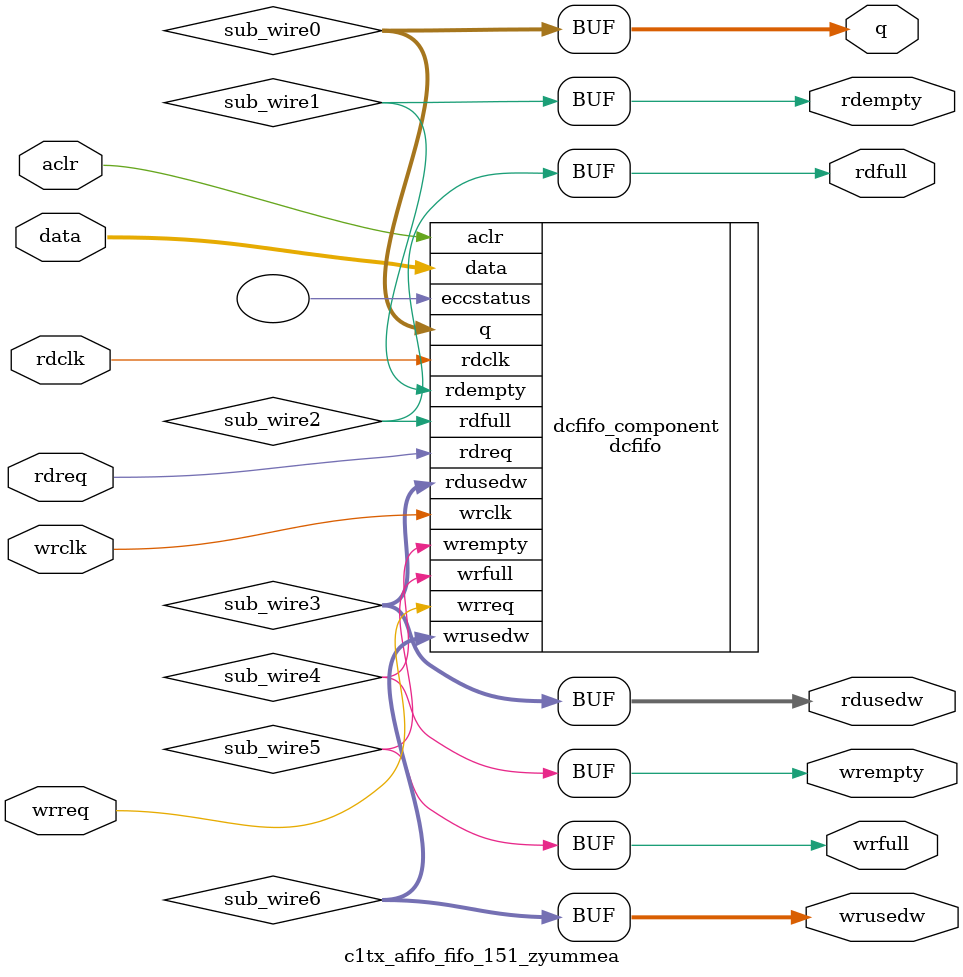
<source format=v>



`timescale 1 ps / 1 ps
// synopsys translate_on
module  c1tx_afifo_fifo_151_zyummea  (
    aclr,
    data,
    rdclk,
    rdreq,
    wrclk,
    wrreq,
    q,
    rdempty,
    rdfull,
    rdusedw,
    wrempty,
    wrfull,
    wrusedw);

    input    aclr;
    input  [592:0]  data;
    input    rdclk;
    input    rdreq;
    input    wrclk;
    input    wrreq;
    output [592:0]  q;
    output   rdempty;
    output   rdfull;
    output [8:0]  rdusedw;
    output   wrempty;
    output   wrfull;
    output [8:0]  wrusedw;
`ifndef ALTERA_RESERVED_QIS
// synopsys translate_off
`endif
    tri0     aclr;
`ifndef ALTERA_RESERVED_QIS
// synopsys translate_on
`endif

    wire [592:0] sub_wire0;
    wire  sub_wire1;
    wire  sub_wire2;
    wire [8:0] sub_wire3;
    wire  sub_wire4;
    wire  sub_wire5;
    wire [8:0] sub_wire6;
    wire [592:0] q = sub_wire0[592:0];
    wire  rdempty = sub_wire1;
    wire  rdfull = sub_wire2;
    wire [8:0] rdusedw = sub_wire3[8:0];
    wire  wrempty = sub_wire4;
    wire  wrfull = sub_wire5;
    wire [8:0] wrusedw = sub_wire6[8:0];

    dcfifo  dcfifo_component (
                .aclr (aclr),
                .data (data),
                .rdclk (rdclk),
                .rdreq (rdreq),
                .wrclk (wrclk),
                .wrreq (wrreq),
                .q (sub_wire0),
                .rdempty (sub_wire1),
                .rdfull (sub_wire2),
                .rdusedw (sub_wire3),
                .wrempty (sub_wire4),
                .wrfull (sub_wire5),
                .wrusedw (sub_wire6),
                .eccstatus ());
    defparam
        dcfifo_component.add_usedw_msb_bit  = "ON",
        dcfifo_component.enable_ecc  = "FALSE",
        dcfifo_component.intended_device_family  = "Arria 10",
        dcfifo_component.lpm_hint  = "DISABLE_DCFIFO_EMBEDDED_TIMING_CONSTRAINT=TRUE",
        dcfifo_component.lpm_numwords  = 256,
        dcfifo_component.lpm_showahead  = "OFF",
        dcfifo_component.lpm_type  = "dcfifo",
        dcfifo_component.lpm_width  = 593,
        dcfifo_component.lpm_widthu  = 9,
        dcfifo_component.overflow_checking  = "ON",
        dcfifo_component.rdsync_delaypipe  = 5,
        dcfifo_component.read_aclr_synch  = "ON",
        dcfifo_component.underflow_checking  = "ON",
        dcfifo_component.use_eab  = "ON",
        dcfifo_component.write_aclr_synch  = "ON",
        dcfifo_component.wrsync_delaypipe  = 5;


endmodule



</source>
